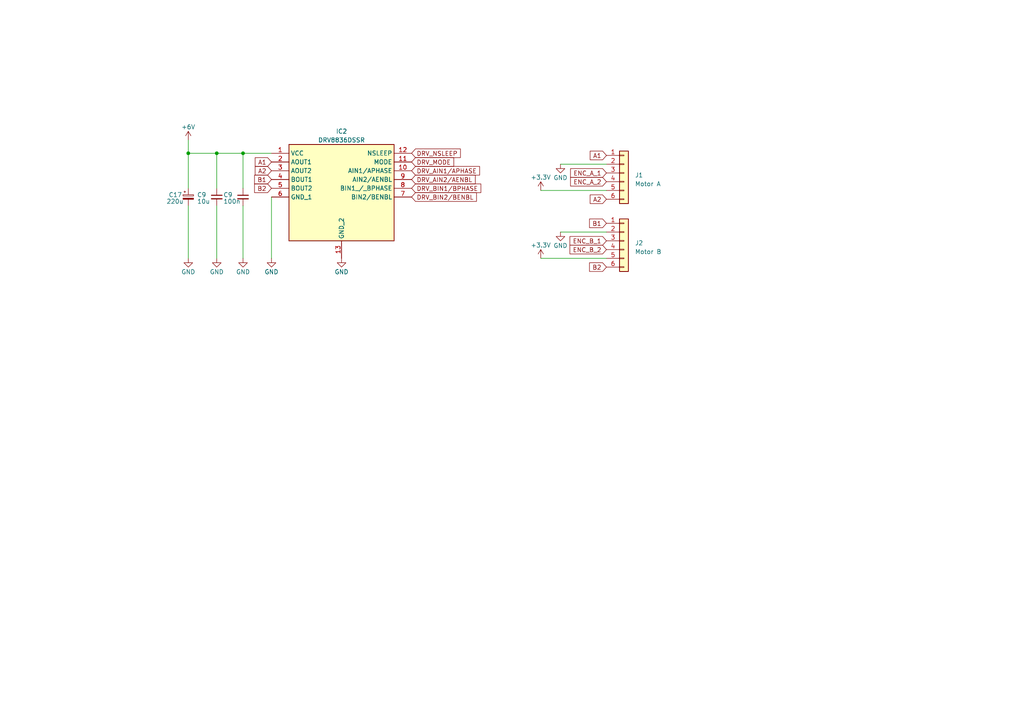
<source format=kicad_sch>
(kicad_sch (version 20230121) (generator eeschema)

  (uuid 78e262e9-7c23-4769-a501-f9cf2195c42a)

  (paper "A4")

  (lib_symbols
    (symbol "Connector_Generic:Conn_01x06" (pin_names (offset 1.016) hide) (in_bom yes) (on_board yes)
      (property "Reference" "J" (at 0 7.62 0)
        (effects (font (size 1.27 1.27)))
      )
      (property "Value" "Conn_01x06" (at 0 -10.16 0)
        (effects (font (size 1.27 1.27)))
      )
      (property "Footprint" "" (at 0 0 0)
        (effects (font (size 1.27 1.27)) hide)
      )
      (property "Datasheet" "~" (at 0 0 0)
        (effects (font (size 1.27 1.27)) hide)
      )
      (property "ki_keywords" "connector" (at 0 0 0)
        (effects (font (size 1.27 1.27)) hide)
      )
      (property "ki_description" "Generic connector, single row, 01x06, script generated (kicad-library-utils/schlib/autogen/connector/)" (at 0 0 0)
        (effects (font (size 1.27 1.27)) hide)
      )
      (property "ki_fp_filters" "Connector*:*_1x??_*" (at 0 0 0)
        (effects (font (size 1.27 1.27)) hide)
      )
      (symbol "Conn_01x06_1_1"
        (rectangle (start -1.27 -7.493) (end 0 -7.747)
          (stroke (width 0.1524) (type default))
          (fill (type none))
        )
        (rectangle (start -1.27 -4.953) (end 0 -5.207)
          (stroke (width 0.1524) (type default))
          (fill (type none))
        )
        (rectangle (start -1.27 -2.413) (end 0 -2.667)
          (stroke (width 0.1524) (type default))
          (fill (type none))
        )
        (rectangle (start -1.27 0.127) (end 0 -0.127)
          (stroke (width 0.1524) (type default))
          (fill (type none))
        )
        (rectangle (start -1.27 2.667) (end 0 2.413)
          (stroke (width 0.1524) (type default))
          (fill (type none))
        )
        (rectangle (start -1.27 5.207) (end 0 4.953)
          (stroke (width 0.1524) (type default))
          (fill (type none))
        )
        (rectangle (start -1.27 6.35) (end 1.27 -8.89)
          (stroke (width 0.254) (type default))
          (fill (type background))
        )
        (pin passive line (at -5.08 5.08 0) (length 3.81)
          (name "Pin_1" (effects (font (size 1.27 1.27))))
          (number "1" (effects (font (size 1.27 1.27))))
        )
        (pin passive line (at -5.08 2.54 0) (length 3.81)
          (name "Pin_2" (effects (font (size 1.27 1.27))))
          (number "2" (effects (font (size 1.27 1.27))))
        )
        (pin passive line (at -5.08 0 0) (length 3.81)
          (name "Pin_3" (effects (font (size 1.27 1.27))))
          (number "3" (effects (font (size 1.27 1.27))))
        )
        (pin passive line (at -5.08 -2.54 0) (length 3.81)
          (name "Pin_4" (effects (font (size 1.27 1.27))))
          (number "4" (effects (font (size 1.27 1.27))))
        )
        (pin passive line (at -5.08 -5.08 0) (length 3.81)
          (name "Pin_5" (effects (font (size 1.27 1.27))))
          (number "5" (effects (font (size 1.27 1.27))))
        )
        (pin passive line (at -5.08 -7.62 0) (length 3.81)
          (name "Pin_6" (effects (font (size 1.27 1.27))))
          (number "6" (effects (font (size 1.27 1.27))))
        )
      )
    )
    (symbol "DRV8836DSSR:DRV8836DSSR" (in_bom yes) (on_board yes)
      (property "Reference" "IC" (at 36.83 7.62 0)
        (effects (font (size 1.27 1.27)) (justify left top))
      )
      (property "Value" "DRV8836DSSR" (at 36.83 5.08 0)
        (effects (font (size 1.27 1.27)) (justify left top))
      )
      (property "Footprint" "SON50P200X300X80-13N-D" (at 36.83 -94.92 0)
        (effects (font (size 1.27 1.27)) (justify left top) hide)
      )
      (property "Datasheet" "http://www.ti.com/lit/gpn/drv8836" (at 36.83 -194.92 0)
        (effects (font (size 1.27 1.27)) (justify left top) hide)
      )
      (property "Height" "0.8" (at 36.83 -394.92 0)
        (effects (font (size 1.27 1.27)) (justify left top) hide)
      )
      (property "TME Electronic Components Part Number" "" (at 36.83 -494.92 0)
        (effects (font (size 1.27 1.27)) (justify left top) hide)
      )
      (property "TME Electronic Components Price/Stock" "" (at 36.83 -594.92 0)
        (effects (font (size 1.27 1.27)) (justify left top) hide)
      )
      (property "Manufacturer_Name" "Texas Instruments" (at 36.83 -694.92 0)
        (effects (font (size 1.27 1.27)) (justify left top) hide)
      )
      (property "Manufacturer_Part_Number" "DRV8836DSSR" (at 36.83 -794.92 0)
        (effects (font (size 1.27 1.27)) (justify left top) hide)
      )
      (property "ki_description" "1.5A Low Voltage Stepper or Single/Dual Brushed DC Motor Driver (PWM or PH/EN Ctrl)" (at 0 0 0)
        (effects (font (size 1.27 1.27)) hide)
      )
      (symbol "DRV8836DSSR_1_1"
        (rectangle (start 5.08 2.54) (end 35.56 -25.4)
          (stroke (width 0.254) (type default))
          (fill (type background))
        )
        (pin passive line (at 0 0 0) (length 5.08)
          (name "VCC" (effects (font (size 1.27 1.27))))
          (number "1" (effects (font (size 1.27 1.27))))
        )
        (pin passive line (at 40.64 -5.08 180) (length 5.08)
          (name "AIN1/APHASE" (effects (font (size 1.27 1.27))))
          (number "10" (effects (font (size 1.27 1.27))))
        )
        (pin passive line (at 40.64 -2.54 180) (length 5.08)
          (name "MODE" (effects (font (size 1.27 1.27))))
          (number "11" (effects (font (size 1.27 1.27))))
        )
        (pin passive line (at 40.64 0 180) (length 5.08)
          (name "NSLEEP" (effects (font (size 1.27 1.27))))
          (number "12" (effects (font (size 1.27 1.27))))
        )
        (pin passive line (at 20.32 -30.48 90) (length 5.08)
          (name "GND_2" (effects (font (size 1.27 1.27))))
          (number "13" (effects (font (size 1.27 1.27))))
        )
        (pin passive line (at 0 -2.54 0) (length 5.08)
          (name "AOUT1" (effects (font (size 1.27 1.27))))
          (number "2" (effects (font (size 1.27 1.27))))
        )
        (pin passive line (at 0 -5.08 0) (length 5.08)
          (name "AOUT2" (effects (font (size 1.27 1.27))))
          (number "3" (effects (font (size 1.27 1.27))))
        )
        (pin passive line (at 0 -7.62 0) (length 5.08)
          (name "BOUT1" (effects (font (size 1.27 1.27))))
          (number "4" (effects (font (size 1.27 1.27))))
        )
        (pin passive line (at 0 -10.16 0) (length 5.08)
          (name "BOUT2" (effects (font (size 1.27 1.27))))
          (number "5" (effects (font (size 1.27 1.27))))
        )
        (pin passive line (at 0 -12.7 0) (length 5.08)
          (name "GND_1" (effects (font (size 1.27 1.27))))
          (number "6" (effects (font (size 1.27 1.27))))
        )
        (pin passive line (at 40.64 -12.7 180) (length 5.08)
          (name "BIN2/BENBL" (effects (font (size 1.27 1.27))))
          (number "7" (effects (font (size 1.27 1.27))))
        )
        (pin passive line (at 40.64 -10.16 180) (length 5.08)
          (name "BIN1_/_BPHASE" (effects (font (size 1.27 1.27))))
          (number "8" (effects (font (size 1.27 1.27))))
        )
        (pin passive line (at 40.64 -7.62 180) (length 5.08)
          (name "AIN2/AENBL" (effects (font (size 1.27 1.27))))
          (number "9" (effects (font (size 1.27 1.27))))
        )
      )
    )
    (symbol "Device:C_Polarized_Small" (pin_numbers hide) (pin_names (offset 0.254) hide) (in_bom yes) (on_board yes)
      (property "Reference" "C" (at 0.254 1.778 0)
        (effects (font (size 1.27 1.27)) (justify left))
      )
      (property "Value" "C_Polarized_Small" (at 0.254 -2.032 0)
        (effects (font (size 1.27 1.27)) (justify left))
      )
      (property "Footprint" "" (at 0 0 0)
        (effects (font (size 1.27 1.27)) hide)
      )
      (property "Datasheet" "~" (at 0 0 0)
        (effects (font (size 1.27 1.27)) hide)
      )
      (property "ki_keywords" "cap capacitor" (at 0 0 0)
        (effects (font (size 1.27 1.27)) hide)
      )
      (property "ki_description" "Polarized capacitor, small symbol" (at 0 0 0)
        (effects (font (size 1.27 1.27)) hide)
      )
      (property "ki_fp_filters" "CP_*" (at 0 0 0)
        (effects (font (size 1.27 1.27)) hide)
      )
      (symbol "C_Polarized_Small_0_1"
        (rectangle (start -1.524 -0.3048) (end 1.524 -0.6858)
          (stroke (width 0) (type default))
          (fill (type outline))
        )
        (rectangle (start -1.524 0.6858) (end 1.524 0.3048)
          (stroke (width 0) (type default))
          (fill (type none))
        )
        (polyline
          (pts
            (xy -1.27 1.524)
            (xy -0.762 1.524)
          )
          (stroke (width 0) (type default))
          (fill (type none))
        )
        (polyline
          (pts
            (xy -1.016 1.27)
            (xy -1.016 1.778)
          )
          (stroke (width 0) (type default))
          (fill (type none))
        )
      )
      (symbol "C_Polarized_Small_1_1"
        (pin passive line (at 0 2.54 270) (length 1.8542)
          (name "~" (effects (font (size 1.27 1.27))))
          (number "1" (effects (font (size 1.27 1.27))))
        )
        (pin passive line (at 0 -2.54 90) (length 1.8542)
          (name "~" (effects (font (size 1.27 1.27))))
          (number "2" (effects (font (size 1.27 1.27))))
        )
      )
    )
    (symbol "Device:C_Small" (pin_numbers hide) (pin_names (offset 0.254) hide) (in_bom yes) (on_board yes)
      (property "Reference" "C" (at 0.254 1.778 0)
        (effects (font (size 1.27 1.27)) (justify left))
      )
      (property "Value" "C_Small" (at 0.254 -2.032 0)
        (effects (font (size 1.27 1.27)) (justify left))
      )
      (property "Footprint" "" (at 0 0 0)
        (effects (font (size 1.27 1.27)) hide)
      )
      (property "Datasheet" "~" (at 0 0 0)
        (effects (font (size 1.27 1.27)) hide)
      )
      (property "ki_keywords" "capacitor cap" (at 0 0 0)
        (effects (font (size 1.27 1.27)) hide)
      )
      (property "ki_description" "Unpolarized capacitor, small symbol" (at 0 0 0)
        (effects (font (size 1.27 1.27)) hide)
      )
      (property "ki_fp_filters" "C_*" (at 0 0 0)
        (effects (font (size 1.27 1.27)) hide)
      )
      (symbol "C_Small_0_1"
        (polyline
          (pts
            (xy -1.524 -0.508)
            (xy 1.524 -0.508)
          )
          (stroke (width 0.3302) (type default))
          (fill (type none))
        )
        (polyline
          (pts
            (xy -1.524 0.508)
            (xy 1.524 0.508)
          )
          (stroke (width 0.3048) (type default))
          (fill (type none))
        )
      )
      (symbol "C_Small_1_1"
        (pin passive line (at 0 2.54 270) (length 2.032)
          (name "~" (effects (font (size 1.27 1.27))))
          (number "1" (effects (font (size 1.27 1.27))))
        )
        (pin passive line (at 0 -2.54 90) (length 2.032)
          (name "~" (effects (font (size 1.27 1.27))))
          (number "2" (effects (font (size 1.27 1.27))))
        )
      )
    )
    (symbol "power:+3.3V" (power) (pin_names (offset 0)) (in_bom yes) (on_board yes)
      (property "Reference" "#PWR" (at 0 -3.81 0)
        (effects (font (size 1.27 1.27)) hide)
      )
      (property "Value" "+3.3V" (at 0 3.556 0)
        (effects (font (size 1.27 1.27)))
      )
      (property "Footprint" "" (at 0 0 0)
        (effects (font (size 1.27 1.27)) hide)
      )
      (property "Datasheet" "" (at 0 0 0)
        (effects (font (size 1.27 1.27)) hide)
      )
      (property "ki_keywords" "global power" (at 0 0 0)
        (effects (font (size 1.27 1.27)) hide)
      )
      (property "ki_description" "Power symbol creates a global label with name \"+3.3V\"" (at 0 0 0)
        (effects (font (size 1.27 1.27)) hide)
      )
      (symbol "+3.3V_0_1"
        (polyline
          (pts
            (xy -0.762 1.27)
            (xy 0 2.54)
          )
          (stroke (width 0) (type default))
          (fill (type none))
        )
        (polyline
          (pts
            (xy 0 0)
            (xy 0 2.54)
          )
          (stroke (width 0) (type default))
          (fill (type none))
        )
        (polyline
          (pts
            (xy 0 2.54)
            (xy 0.762 1.27)
          )
          (stroke (width 0) (type default))
          (fill (type none))
        )
      )
      (symbol "+3.3V_1_1"
        (pin power_in line (at 0 0 90) (length 0) hide
          (name "+3.3V" (effects (font (size 1.27 1.27))))
          (number "1" (effects (font (size 1.27 1.27))))
        )
      )
    )
    (symbol "power:+6V" (power) (pin_names (offset 0)) (in_bom yes) (on_board yes)
      (property "Reference" "#PWR" (at 0 -3.81 0)
        (effects (font (size 1.27 1.27)) hide)
      )
      (property "Value" "+6V" (at 0 3.556 0)
        (effects (font (size 1.27 1.27)))
      )
      (property "Footprint" "" (at 0 0 0)
        (effects (font (size 1.27 1.27)) hide)
      )
      (property "Datasheet" "" (at 0 0 0)
        (effects (font (size 1.27 1.27)) hide)
      )
      (property "ki_keywords" "global power" (at 0 0 0)
        (effects (font (size 1.27 1.27)) hide)
      )
      (property "ki_description" "Power symbol creates a global label with name \"+6V\"" (at 0 0 0)
        (effects (font (size 1.27 1.27)) hide)
      )
      (symbol "+6V_0_1"
        (polyline
          (pts
            (xy -0.762 1.27)
            (xy 0 2.54)
          )
          (stroke (width 0) (type default))
          (fill (type none))
        )
        (polyline
          (pts
            (xy 0 0)
            (xy 0 2.54)
          )
          (stroke (width 0) (type default))
          (fill (type none))
        )
        (polyline
          (pts
            (xy 0 2.54)
            (xy 0.762 1.27)
          )
          (stroke (width 0) (type default))
          (fill (type none))
        )
      )
      (symbol "+6V_1_1"
        (pin power_in line (at 0 0 90) (length 0) hide
          (name "+6V" (effects (font (size 1.27 1.27))))
          (number "1" (effects (font (size 1.27 1.27))))
        )
      )
    )
    (symbol "power:GND" (power) (pin_names (offset 0)) (in_bom yes) (on_board yes)
      (property "Reference" "#PWR" (at 0 -6.35 0)
        (effects (font (size 1.27 1.27)) hide)
      )
      (property "Value" "GND" (at 0 -3.81 0)
        (effects (font (size 1.27 1.27)))
      )
      (property "Footprint" "" (at 0 0 0)
        (effects (font (size 1.27 1.27)) hide)
      )
      (property "Datasheet" "" (at 0 0 0)
        (effects (font (size 1.27 1.27)) hide)
      )
      (property "ki_keywords" "global power" (at 0 0 0)
        (effects (font (size 1.27 1.27)) hide)
      )
      (property "ki_description" "Power symbol creates a global label with name \"GND\" , ground" (at 0 0 0)
        (effects (font (size 1.27 1.27)) hide)
      )
      (symbol "GND_0_1"
        (polyline
          (pts
            (xy 0 0)
            (xy 0 -1.27)
            (xy 1.27 -1.27)
            (xy 0 -2.54)
            (xy -1.27 -1.27)
            (xy 0 -1.27)
          )
          (stroke (width 0) (type default))
          (fill (type none))
        )
      )
      (symbol "GND_1_1"
        (pin power_in line (at 0 0 270) (length 0) hide
          (name "GND" (effects (font (size 1.27 1.27))))
          (number "1" (effects (font (size 1.27 1.27))))
        )
      )
    )
  )

  (junction (at 54.61 44.45) (diameter 0) (color 0 0 0 0)
    (uuid 50e63904-b783-4abe-bdd3-7accf10600d0)
  )
  (junction (at 70.485 44.45) (diameter 0) (color 0 0 0 0)
    (uuid 5294b0a8-8ae2-4ea7-b13c-ce1f199565a7)
  )
  (junction (at 62.865 44.45) (diameter 0) (color 0 0 0 0)
    (uuid fbb4c5f1-ad42-4e82-b894-ca6f1e3bf687)
  )

  (wire (pts (xy 54.61 44.45) (xy 54.61 54.61))
    (stroke (width 0) (type default))
    (uuid 043fc450-807d-4a53-8f5b-9d45e97d7326)
  )
  (wire (pts (xy 70.485 59.69) (xy 70.485 74.93))
    (stroke (width 0) (type default))
    (uuid 28b71dbc-03dc-4757-b9a7-d7ece784e9fb)
  )
  (wire (pts (xy 62.865 59.69) (xy 62.865 74.93))
    (stroke (width 0) (type default))
    (uuid 4e081889-5c81-4e6e-8e23-5f204e0eea04)
  )
  (wire (pts (xy 62.865 44.45) (xy 70.485 44.45))
    (stroke (width 0) (type default))
    (uuid 55b9c7bf-fe77-4f31-b508-916dfb86eefa)
  )
  (wire (pts (xy 162.56 67.31) (xy 175.895 67.31))
    (stroke (width 0) (type default))
    (uuid 5d45568b-3d28-4f2b-ae04-5afa5978d3e9)
  )
  (wire (pts (xy 54.61 59.69) (xy 54.61 74.93))
    (stroke (width 0) (type default))
    (uuid 611289d7-d68e-48ae-b99a-338c14590fb6)
  )
  (wire (pts (xy 162.56 47.625) (xy 175.895 47.625))
    (stroke (width 0) (type default))
    (uuid 64ae8e03-ee0c-45f9-90fe-55ae55b2c3a1)
  )
  (wire (pts (xy 70.485 44.45) (xy 78.74 44.45))
    (stroke (width 0) (type default))
    (uuid 6f838269-2957-4d66-830d-5f26f74a81ca)
  )
  (wire (pts (xy 156.845 55.245) (xy 175.895 55.245))
    (stroke (width 0) (type default))
    (uuid bfbe9e63-b10b-46a4-9c46-c211ce21aeab)
  )
  (wire (pts (xy 54.61 44.45) (xy 62.865 44.45))
    (stroke (width 0) (type default))
    (uuid d2e43ace-c9dc-40d9-b497-c7f23478a4be)
  )
  (wire (pts (xy 156.845 74.93) (xy 175.895 74.93))
    (stroke (width 0) (type default))
    (uuid d3cbca48-6058-4c9c-8c4d-f771cb458fe9)
  )
  (wire (pts (xy 70.485 44.45) (xy 70.485 54.61))
    (stroke (width 0) (type default))
    (uuid e6cbe806-7ab1-4a37-a3fa-aa01b2a7f85f)
  )
  (wire (pts (xy 62.865 44.45) (xy 62.865 54.61))
    (stroke (width 0) (type default))
    (uuid ec0aa611-a7d7-43b5-9ee6-5c5a6ad5cc0a)
  )
  (wire (pts (xy 54.61 40.64) (xy 54.61 44.45))
    (stroke (width 0) (type default))
    (uuid ee6f4ce2-dcf8-4cf1-b64f-53b5b5027e26)
  )
  (wire (pts (xy 78.74 57.15) (xy 78.74 74.93))
    (stroke (width 0) (type default))
    (uuid efd3a63e-87f5-4ffb-87ff-e1ba1416e232)
  )

  (global_label "ENC_B_1" (shape input) (at 175.895 69.85 180) (fields_autoplaced)
    (effects (font (size 1.27 1.27)) (justify right))
    (uuid 0566cdcd-5134-4a46-85b2-fe4f07461b4c)
    (property "Intersheetrefs" "${INTERSHEET_REFS}" (at 164.825 69.85 0)
      (effects (font (size 1.27 1.27)) (justify right) hide)
    )
  )
  (global_label "A1" (shape input) (at 78.74 46.99 180) (fields_autoplaced)
    (effects (font (size 1.27 1.27)) (justify right))
    (uuid 0c48d19c-a8e2-42e0-b4d8-541002ab5836)
    (property "Intersheetrefs" "${INTERSHEET_REFS}" (at 73.5361 46.99 0)
      (effects (font (size 1.27 1.27)) (justify right) hide)
    )
  )
  (global_label "DRV_BIN1{slash}BPHASE" (shape input) (at 119.38 54.61 0) (fields_autoplaced)
    (effects (font (size 1.27 1.27)) (justify left))
    (uuid 0edca9d2-0fd5-4760-aa45-4f8799c50954)
    (property "Intersheetrefs" "${INTERSHEET_REFS}" (at 139.9449 54.61 0)
      (effects (font (size 1.27 1.27)) (justify left) hide)
    )
  )
  (global_label "ENC_B_2" (shape input) (at 175.895 72.39 180) (fields_autoplaced)
    (effects (font (size 1.27 1.27)) (justify right))
    (uuid 1b358fed-4604-4e83-8130-e1e157db3075)
    (property "Intersheetrefs" "${INTERSHEET_REFS}" (at 164.825 72.39 0)
      (effects (font (size 1.27 1.27)) (justify right) hide)
    )
  )
  (global_label "ENC_A_1" (shape input) (at 175.895 50.165 180) (fields_autoplaced)
    (effects (font (size 1.27 1.27)) (justify right))
    (uuid 30c0d45c-e7df-4ac1-a436-3b3438f41d9f)
    (property "Intersheetrefs" "${INTERSHEET_REFS}" (at 165.0064 50.165 0)
      (effects (font (size 1.27 1.27)) (justify right) hide)
    )
  )
  (global_label "DRV_AIN2{slash}AENBL" (shape input) (at 119.38 52.07 0) (fields_autoplaced)
    (effects (font (size 1.27 1.27)) (justify left))
    (uuid 320ce441-5748-4c77-9192-c9bbaaffdf50)
    (property "Intersheetrefs" "${INTERSHEET_REFS}" (at 138.3121 52.07 0)
      (effects (font (size 1.27 1.27)) (justify left) hide)
    )
  )
  (global_label "DRV_AIN1{slash}APHASE" (shape input) (at 119.38 49.53 0) (fields_autoplaced)
    (effects (font (size 1.27 1.27)) (justify left))
    (uuid 3c7dfb10-18b5-4cab-a210-930db31cc67e)
    (property "Intersheetrefs" "${INTERSHEET_REFS}" (at 139.5821 49.53 0)
      (effects (font (size 1.27 1.27)) (justify left) hide)
    )
  )
  (global_label "ENC_A_2" (shape input) (at 175.895 52.705 180) (fields_autoplaced)
    (effects (font (size 1.27 1.27)) (justify right))
    (uuid 499f77a7-fcec-4ce4-aece-79553ce0feb5)
    (property "Intersheetrefs" "${INTERSHEET_REFS}" (at 165.0064 52.705 0)
      (effects (font (size 1.27 1.27)) (justify right) hide)
    )
  )
  (global_label "A2" (shape input) (at 175.895 57.785 180) (fields_autoplaced)
    (effects (font (size 1.27 1.27)) (justify right))
    (uuid 533bf563-f9aa-42ea-b181-fa97effa989c)
    (property "Intersheetrefs" "${INTERSHEET_REFS}" (at 170.6911 57.785 0)
      (effects (font (size 1.27 1.27)) (justify right) hide)
    )
  )
  (global_label "DRV_BIN2{slash}BENBL" (shape input) (at 119.38 57.15 0) (fields_autoplaced)
    (effects (font (size 1.27 1.27)) (justify left))
    (uuid 5513993b-91e9-4d26-8592-db0f9f371213)
    (property "Intersheetrefs" "${INTERSHEET_REFS}" (at 138.6749 57.15 0)
      (effects (font (size 1.27 1.27)) (justify left) hide)
    )
  )
  (global_label "B1" (shape input) (at 78.74 52.07 180) (fields_autoplaced)
    (effects (font (size 1.27 1.27)) (justify right))
    (uuid 607e63c1-c2b0-45e0-86ed-8c49ecfc4249)
    (property "Intersheetrefs" "${INTERSHEET_REFS}" (at 73.3547 52.07 0)
      (effects (font (size 1.27 1.27)) (justify right) hide)
    )
  )
  (global_label "DRV_MODE" (shape input) (at 119.38 46.99 0) (fields_autoplaced)
    (effects (font (size 1.27 1.27)) (justify left))
    (uuid 932a1a79-20d1-4c1d-ae8c-7b9fa5cc1235)
    (property "Intersheetrefs" "${INTERSHEET_REFS}" (at 132.0829 46.99 0)
      (effects (font (size 1.27 1.27)) (justify left) hide)
    )
  )
  (global_label "A1" (shape input) (at 175.895 45.085 180) (fields_autoplaced)
    (effects (font (size 1.27 1.27)) (justify right))
    (uuid a05aaab5-2abd-422d-99c2-6d53120f3d21)
    (property "Intersheetrefs" "${INTERSHEET_REFS}" (at 170.6911 45.085 0)
      (effects (font (size 1.27 1.27)) (justify right) hide)
    )
  )
  (global_label "B1" (shape input) (at 175.895 64.77 180) (fields_autoplaced)
    (effects (font (size 1.27 1.27)) (justify right))
    (uuid dd008020-e11c-440b-8986-11b53dee86e3)
    (property "Intersheetrefs" "${INTERSHEET_REFS}" (at 170.5097 64.77 0)
      (effects (font (size 1.27 1.27)) (justify right) hide)
    )
  )
  (global_label "DRV_NSLEEP" (shape input) (at 119.38 44.45 0) (fields_autoplaced)
    (effects (font (size 1.27 1.27)) (justify left))
    (uuid e704d3a9-84a4-4465-b0d5-8d000db9661c)
    (property "Intersheetrefs" "${INTERSHEET_REFS}" (at 134.0181 44.45 0)
      (effects (font (size 1.27 1.27)) (justify left) hide)
    )
  )
  (global_label "B2" (shape input) (at 78.74 54.61 180) (fields_autoplaced)
    (effects (font (size 1.27 1.27)) (justify right))
    (uuid f4b4851d-8fe1-49ed-8789-b18147df63bb)
    (property "Intersheetrefs" "${INTERSHEET_REFS}" (at 73.3547 54.61 0)
      (effects (font (size 1.27 1.27)) (justify right) hide)
    )
  )
  (global_label "A2" (shape input) (at 78.74 49.53 180) (fields_autoplaced)
    (effects (font (size 1.27 1.27)) (justify right))
    (uuid f7912aa4-4ff4-420f-b4de-bb7937e4a12c)
    (property "Intersheetrefs" "${INTERSHEET_REFS}" (at 73.5361 49.53 0)
      (effects (font (size 1.27 1.27)) (justify right) hide)
    )
  )
  (global_label "B2" (shape input) (at 175.895 77.47 180) (fields_autoplaced)
    (effects (font (size 1.27 1.27)) (justify right))
    (uuid f9f66184-dfeb-4890-8a33-ebb9b9702de7)
    (property "Intersheetrefs" "${INTERSHEET_REFS}" (at 170.5097 77.47 0)
      (effects (font (size 1.27 1.27)) (justify right) hide)
    )
  )

  (symbol (lib_id "Device:C_Polarized_Small") (at 54.61 57.15 0) (unit 1)
    (in_bom yes) (on_board yes) (dnp no)
    (uuid 0baf979f-9ccc-4006-ab40-4745147f63a4)
    (property "Reference" "C17" (at 48.895 56.515 0)
      (effects (font (size 1.27 1.27)) (justify left))
    )
    (property "Value" "220u" (at 48.26 58.42 0)
      (effects (font (size 1.27 1.27)) (justify left))
    )
    (property "Footprint" "" (at 54.61 57.15 0)
      (effects (font (size 1.27 1.27)) hide)
    )
    (property "Datasheet" "~" (at 54.61 57.15 0)
      (effects (font (size 1.27 1.27)) hide)
    )
    (pin "1" (uuid aac0a361-9752-4755-86df-841456df605b))
    (pin "2" (uuid 1ad6cd6d-e32b-4c61-94e0-82f4ba4485c0))
    (instances
      (project "Drv_board"
        (path "/f5f0886f-9115-42d1-ab59-d872f7456d0a/95a79fcf-86f2-4917-a8d6-941d90da7243"
          (reference "C17") (unit 1)
        )
      )
    )
  )

  (symbol (lib_id "power:GND") (at 70.485 74.93 0) (unit 1)
    (in_bom yes) (on_board yes) (dnp no)
    (uuid 1040c4c8-6482-4224-b09f-fcf3c8cc4df9)
    (property "Reference" "#PWR013" (at 70.485 81.28 0)
      (effects (font (size 1.27 1.27)) hide)
    )
    (property "Value" "GND" (at 70.485 78.867 0)
      (effects (font (size 1.27 1.27)))
    )
    (property "Footprint" "" (at 70.485 74.93 0)
      (effects (font (size 1.27 1.27)) hide)
    )
    (property "Datasheet" "" (at 70.485 74.93 0)
      (effects (font (size 1.27 1.27)) hide)
    )
    (pin "1" (uuid e0feb5ed-b5cb-42f3-a3b6-b6fda6ee3f55))
    (instances
      (project "Controller_board"
        (path "/79650e32-6fba-4eaa-902b-d1154ea8c394"
          (reference "#PWR013") (unit 1)
        )
      )
      (project "Drv_board"
        (path "/f5f0886f-9115-42d1-ab59-d872f7456d0a"
          (reference "#PWR019") (unit 1)
        )
        (path "/f5f0886f-9115-42d1-ab59-d872f7456d0a/e4c5a70b-512a-4b9f-ab91-b16b9dec5f3c"
          (reference "#PWR025") (unit 1)
        )
        (path "/f5f0886f-9115-42d1-ab59-d872f7456d0a/95a79fcf-86f2-4917-a8d6-941d90da7243"
          (reference "#PWR043") (unit 1)
        )
      )
    )
  )

  (symbol (lib_id "power:GND") (at 162.56 47.625 0) (unit 1)
    (in_bom yes) (on_board yes) (dnp no)
    (uuid 1a4aba37-3328-482d-a01d-77f6c1f5be1b)
    (property "Reference" "#PWR013" (at 162.56 53.975 0)
      (effects (font (size 1.27 1.27)) hide)
    )
    (property "Value" "GND" (at 162.56 51.562 0)
      (effects (font (size 1.27 1.27)))
    )
    (property "Footprint" "" (at 162.56 47.625 0)
      (effects (font (size 1.27 1.27)) hide)
    )
    (property "Datasheet" "" (at 162.56 47.625 0)
      (effects (font (size 1.27 1.27)) hide)
    )
    (pin "1" (uuid 1d950648-8f23-4550-bad1-e5cf71002c68))
    (instances
      (project "Controller_board"
        (path "/79650e32-6fba-4eaa-902b-d1154ea8c394"
          (reference "#PWR013") (unit 1)
        )
      )
      (project "Drv_board"
        (path "/f5f0886f-9115-42d1-ab59-d872f7456d0a"
          (reference "#PWR019") (unit 1)
        )
        (path "/f5f0886f-9115-42d1-ab59-d872f7456d0a/e4c5a70b-512a-4b9f-ab91-b16b9dec5f3c"
          (reference "#PWR025") (unit 1)
        )
        (path "/f5f0886f-9115-42d1-ab59-d872f7456d0a/95a79fcf-86f2-4917-a8d6-941d90da7243"
          (reference "#PWR048") (unit 1)
        )
      )
    )
  )

  (symbol (lib_id "power:GND") (at 99.06 74.93 0) (unit 1)
    (in_bom yes) (on_board yes) (dnp no)
    (uuid 36466929-c3e0-4bbe-8649-9606e64c25fa)
    (property "Reference" "#PWR013" (at 99.06 81.28 0)
      (effects (font (size 1.27 1.27)) hide)
    )
    (property "Value" "GND" (at 99.06 78.867 0)
      (effects (font (size 1.27 1.27)))
    )
    (property "Footprint" "" (at 99.06 74.93 0)
      (effects (font (size 1.27 1.27)) hide)
    )
    (property "Datasheet" "" (at 99.06 74.93 0)
      (effects (font (size 1.27 1.27)) hide)
    )
    (pin "1" (uuid 81653811-a781-4abd-b922-04620e8ce045))
    (instances
      (project "Controller_board"
        (path "/79650e32-6fba-4eaa-902b-d1154ea8c394"
          (reference "#PWR013") (unit 1)
        )
      )
      (project "Drv_board"
        (path "/f5f0886f-9115-42d1-ab59-d872f7456d0a"
          (reference "#PWR019") (unit 1)
        )
        (path "/f5f0886f-9115-42d1-ab59-d872f7456d0a/e4c5a70b-512a-4b9f-ab91-b16b9dec5f3c"
          (reference "#PWR025") (unit 1)
        )
        (path "/f5f0886f-9115-42d1-ab59-d872f7456d0a/95a79fcf-86f2-4917-a8d6-941d90da7243"
          (reference "#PWR042") (unit 1)
        )
      )
    )
  )

  (symbol (lib_id "power:+3.3V") (at 156.845 74.93 0) (unit 1)
    (in_bom yes) (on_board yes) (dnp no) (fields_autoplaced)
    (uuid 369d33bf-34d9-4e7c-a276-74c281d53562)
    (property "Reference" "#PWR050" (at 156.845 78.74 0)
      (effects (font (size 1.27 1.27)) hide)
    )
    (property "Value" "+3.3V" (at 156.845 71.12 0)
      (effects (font (size 1.27 1.27)))
    )
    (property "Footprint" "" (at 156.845 74.93 0)
      (effects (font (size 1.27 1.27)) hide)
    )
    (property "Datasheet" "" (at 156.845 74.93 0)
      (effects (font (size 1.27 1.27)) hide)
    )
    (pin "1" (uuid bb72563d-2161-4206-9e5b-cda0a33491b1))
    (instances
      (project "Drv_board"
        (path "/f5f0886f-9115-42d1-ab59-d872f7456d0a/95a79fcf-86f2-4917-a8d6-941d90da7243"
          (reference "#PWR050") (unit 1)
        )
      )
    )
  )

  (symbol (lib_id "power:+3.3V") (at 156.845 55.245 0) (unit 1)
    (in_bom yes) (on_board yes) (dnp no) (fields_autoplaced)
    (uuid 4a3407fa-bb9f-438d-a05d-7aa7b92841f3)
    (property "Reference" "#PWR047" (at 156.845 59.055 0)
      (effects (font (size 1.27 1.27)) hide)
    )
    (property "Value" "+3.3V" (at 156.845 51.435 0)
      (effects (font (size 1.27 1.27)))
    )
    (property "Footprint" "" (at 156.845 55.245 0)
      (effects (font (size 1.27 1.27)) hide)
    )
    (property "Datasheet" "" (at 156.845 55.245 0)
      (effects (font (size 1.27 1.27)) hide)
    )
    (pin "1" (uuid c4e322c2-b246-44fb-a615-7fead39f081d))
    (instances
      (project "Drv_board"
        (path "/f5f0886f-9115-42d1-ab59-d872f7456d0a/95a79fcf-86f2-4917-a8d6-941d90da7243"
          (reference "#PWR047") (unit 1)
        )
      )
    )
  )

  (symbol (lib_id "Device:C_Small") (at 62.865 57.15 0) (unit 1)
    (in_bom yes) (on_board yes) (dnp no)
    (uuid 4f560cce-42df-4b10-8fd7-dba4ca9c02f0)
    (property "Reference" "C9" (at 57.15 56.515 0)
      (effects (font (size 1.27 1.27)) (justify left))
    )
    (property "Value" "10u" (at 57.15 58.42 0)
      (effects (font (size 1.27 1.27)) (justify left))
    )
    (property "Footprint" "" (at 62.865 57.15 0)
      (effects (font (size 1.27 1.27)) hide)
    )
    (property "Datasheet" "~" (at 62.865 57.15 0)
      (effects (font (size 1.27 1.27)) hide)
    )
    (pin "1" (uuid 3b94635c-ff86-4613-8298-057db8f7cf68))
    (pin "2" (uuid f07862a9-dece-4806-9ff9-d81dbe0d5f38))
    (instances
      (project "Drv_board"
        (path "/f5f0886f-9115-42d1-ab59-d872f7456d0a"
          (reference "C9") (unit 1)
        )
        (path "/f5f0886f-9115-42d1-ab59-d872f7456d0a/e4c5a70b-512a-4b9f-ab91-b16b9dec5f3c"
          (reference "C4") (unit 1)
        )
        (path "/f5f0886f-9115-42d1-ab59-d872f7456d0a/95a79fcf-86f2-4917-a8d6-941d90da7243"
          (reference "C16") (unit 1)
        )
      )
    )
  )

  (symbol (lib_id "Device:C_Small") (at 70.485 57.15 0) (unit 1)
    (in_bom yes) (on_board yes) (dnp no)
    (uuid 551e6ae8-f32f-485c-b077-3444523d6dd3)
    (property "Reference" "C9" (at 64.77 56.515 0)
      (effects (font (size 1.27 1.27)) (justify left))
    )
    (property "Value" "100n" (at 64.77 58.42 0)
      (effects (font (size 1.27 1.27)) (justify left))
    )
    (property "Footprint" "" (at 70.485 57.15 0)
      (effects (font (size 1.27 1.27)) hide)
    )
    (property "Datasheet" "~" (at 70.485 57.15 0)
      (effects (font (size 1.27 1.27)) hide)
    )
    (pin "1" (uuid dfb2a5ed-6806-4f94-838a-b4277303c9d3))
    (pin "2" (uuid 18744214-d88c-4e0e-a12b-f1bba366aac0))
    (instances
      (project "Drv_board"
        (path "/f5f0886f-9115-42d1-ab59-d872f7456d0a"
          (reference "C9") (unit 1)
        )
        (path "/f5f0886f-9115-42d1-ab59-d872f7456d0a/e4c5a70b-512a-4b9f-ab91-b16b9dec5f3c"
          (reference "C4") (unit 1)
        )
        (path "/f5f0886f-9115-42d1-ab59-d872f7456d0a/95a79fcf-86f2-4917-a8d6-941d90da7243"
          (reference "C18") (unit 1)
        )
      )
    )
  )

  (symbol (lib_id "power:GND") (at 62.865 74.93 0) (unit 1)
    (in_bom yes) (on_board yes) (dnp no)
    (uuid 6235fb40-2504-424e-b8df-1534960609eb)
    (property "Reference" "#PWR013" (at 62.865 81.28 0)
      (effects (font (size 1.27 1.27)) hide)
    )
    (property "Value" "GND" (at 62.865 78.867 0)
      (effects (font (size 1.27 1.27)))
    )
    (property "Footprint" "" (at 62.865 74.93 0)
      (effects (font (size 1.27 1.27)) hide)
    )
    (property "Datasheet" "" (at 62.865 74.93 0)
      (effects (font (size 1.27 1.27)) hide)
    )
    (pin "1" (uuid 5ecf184c-edc5-47b9-a013-0634cc871587))
    (instances
      (project "Controller_board"
        (path "/79650e32-6fba-4eaa-902b-d1154ea8c394"
          (reference "#PWR013") (unit 1)
        )
      )
      (project "Drv_board"
        (path "/f5f0886f-9115-42d1-ab59-d872f7456d0a"
          (reference "#PWR019") (unit 1)
        )
        (path "/f5f0886f-9115-42d1-ab59-d872f7456d0a/e4c5a70b-512a-4b9f-ab91-b16b9dec5f3c"
          (reference "#PWR025") (unit 1)
        )
        (path "/f5f0886f-9115-42d1-ab59-d872f7456d0a/95a79fcf-86f2-4917-a8d6-941d90da7243"
          (reference "#PWR044") (unit 1)
        )
      )
    )
  )

  (symbol (lib_id "power:GND") (at 78.74 74.93 0) (unit 1)
    (in_bom yes) (on_board yes) (dnp no)
    (uuid 71ae25bc-d619-43e6-b726-64fb38164a95)
    (property "Reference" "#PWR013" (at 78.74 81.28 0)
      (effects (font (size 1.27 1.27)) hide)
    )
    (property "Value" "GND" (at 78.74 78.867 0)
      (effects (font (size 1.27 1.27)))
    )
    (property "Footprint" "" (at 78.74 74.93 0)
      (effects (font (size 1.27 1.27)) hide)
    )
    (property "Datasheet" "" (at 78.74 74.93 0)
      (effects (font (size 1.27 1.27)) hide)
    )
    (pin "1" (uuid 70cfcf93-9856-40b0-b7a5-3170e5fcc7bd))
    (instances
      (project "Controller_board"
        (path "/79650e32-6fba-4eaa-902b-d1154ea8c394"
          (reference "#PWR013") (unit 1)
        )
      )
      (project "Drv_board"
        (path "/f5f0886f-9115-42d1-ab59-d872f7456d0a"
          (reference "#PWR019") (unit 1)
        )
        (path "/f5f0886f-9115-42d1-ab59-d872f7456d0a/e4c5a70b-512a-4b9f-ab91-b16b9dec5f3c"
          (reference "#PWR025") (unit 1)
        )
        (path "/f5f0886f-9115-42d1-ab59-d872f7456d0a/95a79fcf-86f2-4917-a8d6-941d90da7243"
          (reference "#PWR046") (unit 1)
        )
      )
    )
  )

  (symbol (lib_id "DRV8836DSSR:DRV8836DSSR") (at 78.74 44.45 0) (unit 1)
    (in_bom yes) (on_board yes) (dnp no) (fields_autoplaced)
    (uuid 785e2a81-3bc0-4783-a794-0b5e164cf732)
    (property "Reference" "IC2" (at 99.06 38.1 0)
      (effects (font (size 1.27 1.27)))
    )
    (property "Value" "DRV8836DSSR" (at 99.06 40.64 0)
      (effects (font (size 1.27 1.27)))
    )
    (property "Footprint" "SON50P200X300X80-13N-D" (at 115.57 139.37 0)
      (effects (font (size 1.27 1.27)) (justify left top) hide)
    )
    (property "Datasheet" "http://www.ti.com/lit/gpn/drv8836" (at 115.57 239.37 0)
      (effects (font (size 1.27 1.27)) (justify left top) hide)
    )
    (property "Height" "0.8" (at 115.57 439.37 0)
      (effects (font (size 1.27 1.27)) (justify left top) hide)
    )
    (property "TME Electronic Components Part Number" "" (at 115.57 539.37 0)
      (effects (font (size 1.27 1.27)) (justify left top) hide)
    )
    (property "TME Electronic Components Price/Stock" "" (at 115.57 639.37 0)
      (effects (font (size 1.27 1.27)) (justify left top) hide)
    )
    (property "Manufacturer_Name" "Texas Instruments" (at 115.57 739.37 0)
      (effects (font (size 1.27 1.27)) (justify left top) hide)
    )
    (property "Manufacturer_Part_Number" "DRV8836DSSR" (at 115.57 839.37 0)
      (effects (font (size 1.27 1.27)) (justify left top) hide)
    )
    (pin "1" (uuid 5b0c953b-59ca-4ab8-b8b3-251cdd379f17))
    (pin "10" (uuid 05bd3fb0-c204-46d9-8ef8-059e29b47721))
    (pin "11" (uuid ec5b5fcd-a6ce-4e1b-af61-adeea88bd5f9))
    (pin "12" (uuid b2344b6c-afcd-44a8-a73d-466967d62fda))
    (pin "13" (uuid f501304f-9a10-478c-893b-ca7652857276))
    (pin "2" (uuid d46990f8-dd59-4599-979b-95896dccb4ca))
    (pin "3" (uuid 069d2a78-aa53-4f63-b2c5-9c69e78fd745))
    (pin "4" (uuid 4f564f3e-67b9-405e-8744-694cec5e685d))
    (pin "5" (uuid df3eb24f-1699-4f39-adfd-873c90503171))
    (pin "6" (uuid d654b294-3000-4859-a655-4fa27ba7fa66))
    (pin "7" (uuid 4fbc533d-08a3-413e-baed-d868b5eab77e))
    (pin "8" (uuid 26187885-eb1a-4372-a607-57a34c749605))
    (pin "9" (uuid 6b14345a-25c2-4687-8f14-7bd761907345))
    (instances
      (project "Drv_board"
        (path "/f5f0886f-9115-42d1-ab59-d872f7456d0a/95a79fcf-86f2-4917-a8d6-941d90da7243"
          (reference "IC2") (unit 1)
        )
      )
    )
  )

  (symbol (lib_id "power:GND") (at 162.56 67.31 0) (unit 1)
    (in_bom yes) (on_board yes) (dnp no)
    (uuid 8cb5216f-bc72-4fe9-950d-dd6d1354a4bc)
    (property "Reference" "#PWR013" (at 162.56 73.66 0)
      (effects (font (size 1.27 1.27)) hide)
    )
    (property "Value" "GND" (at 162.56 71.247 0)
      (effects (font (size 1.27 1.27)))
    )
    (property "Footprint" "" (at 162.56 67.31 0)
      (effects (font (size 1.27 1.27)) hide)
    )
    (property "Datasheet" "" (at 162.56 67.31 0)
      (effects (font (size 1.27 1.27)) hide)
    )
    (pin "1" (uuid ccbc171e-16da-4652-97fe-687205fb5672))
    (instances
      (project "Controller_board"
        (path "/79650e32-6fba-4eaa-902b-d1154ea8c394"
          (reference "#PWR013") (unit 1)
        )
      )
      (project "Drv_board"
        (path "/f5f0886f-9115-42d1-ab59-d872f7456d0a"
          (reference "#PWR019") (unit 1)
        )
        (path "/f5f0886f-9115-42d1-ab59-d872f7456d0a/e4c5a70b-512a-4b9f-ab91-b16b9dec5f3c"
          (reference "#PWR025") (unit 1)
        )
        (path "/f5f0886f-9115-42d1-ab59-d872f7456d0a/95a79fcf-86f2-4917-a8d6-941d90da7243"
          (reference "#PWR049") (unit 1)
        )
      )
    )
  )

  (symbol (lib_id "Connector_Generic:Conn_01x06") (at 180.975 69.85 0) (unit 1)
    (in_bom yes) (on_board yes) (dnp no) (fields_autoplaced)
    (uuid 9a7035d7-4fc1-4455-a3cb-fed219b519c4)
    (property "Reference" "J2" (at 184.15 70.485 0)
      (effects (font (size 1.27 1.27)) (justify left))
    )
    (property "Value" "Motor B" (at 184.15 73.025 0)
      (effects (font (size 1.27 1.27)) (justify left))
    )
    (property "Footprint" "Connector_Wuerth:Wuerth_WR-WTB_64800611622_1x06_P1.50mm_Vertical" (at 180.975 69.85 0)
      (effects (font (size 1.27 1.27)) hide)
    )
    (property "Datasheet" "~" (at 180.975 69.85 0)
      (effects (font (size 1.27 1.27)) hide)
    )
    (pin "1" (uuid 8d1f2bfa-7ff6-4466-a4d1-1480727a9624))
    (pin "2" (uuid 8fde0bf0-c88e-4346-9007-b009d225748c))
    (pin "3" (uuid 686e2882-e05b-4233-8d81-d76c044b4acb))
    (pin "4" (uuid 65ffcaf2-17c6-4616-81e7-875fba66c108))
    (pin "5" (uuid d21f8428-da27-4426-9470-c777780b9a5b))
    (pin "6" (uuid 2e0d8fee-1d6b-471d-b0f0-c70b6c228b85))
    (instances
      (project "Drv_board"
        (path "/f5f0886f-9115-42d1-ab59-d872f7456d0a/95a79fcf-86f2-4917-a8d6-941d90da7243"
          (reference "J2") (unit 1)
        )
      )
    )
  )

  (symbol (lib_id "power:GND") (at 54.61 74.93 0) (unit 1)
    (in_bom yes) (on_board yes) (dnp no)
    (uuid 9d85cd87-a235-4453-990b-aaed4e4c77ab)
    (property "Reference" "#PWR013" (at 54.61 81.28 0)
      (effects (font (size 1.27 1.27)) hide)
    )
    (property "Value" "GND" (at 54.61 78.867 0)
      (effects (font (size 1.27 1.27)))
    )
    (property "Footprint" "" (at 54.61 74.93 0)
      (effects (font (size 1.27 1.27)) hide)
    )
    (property "Datasheet" "" (at 54.61 74.93 0)
      (effects (font (size 1.27 1.27)) hide)
    )
    (pin "1" (uuid 96e2891a-c2ac-4b2f-a79e-ac4d61a3de36))
    (instances
      (project "Controller_board"
        (path "/79650e32-6fba-4eaa-902b-d1154ea8c394"
          (reference "#PWR013") (unit 1)
        )
      )
      (project "Drv_board"
        (path "/f5f0886f-9115-42d1-ab59-d872f7456d0a"
          (reference "#PWR019") (unit 1)
        )
        (path "/f5f0886f-9115-42d1-ab59-d872f7456d0a/e4c5a70b-512a-4b9f-ab91-b16b9dec5f3c"
          (reference "#PWR025") (unit 1)
        )
        (path "/f5f0886f-9115-42d1-ab59-d872f7456d0a/95a79fcf-86f2-4917-a8d6-941d90da7243"
          (reference "#PWR045") (unit 1)
        )
      )
    )
  )

  (symbol (lib_id "power:+6V") (at 54.61 40.64 0) (unit 1)
    (in_bom yes) (on_board yes) (dnp no) (fields_autoplaced)
    (uuid cd2cdbbe-26ca-450e-9066-26fd00ca07ba)
    (property "Reference" "#PWR022" (at 54.61 44.45 0)
      (effects (font (size 1.27 1.27)) hide)
    )
    (property "Value" "+6V" (at 54.61 36.83 0)
      (effects (font (size 1.27 1.27)))
    )
    (property "Footprint" "" (at 54.61 40.64 0)
      (effects (font (size 1.27 1.27)) hide)
    )
    (property "Datasheet" "" (at 54.61 40.64 0)
      (effects (font (size 1.27 1.27)) hide)
    )
    (pin "1" (uuid a2152c01-7343-4f3a-9bf5-9be5a524d2c8))
    (instances
      (project "Drv_board"
        (path "/f5f0886f-9115-42d1-ab59-d872f7456d0a"
          (reference "#PWR022") (unit 1)
        )
        (path "/f5f0886f-9115-42d1-ab59-d872f7456d0a/e4c5a70b-512a-4b9f-ab91-b16b9dec5f3c"
          (reference "#PWR02") (unit 1)
        )
        (path "/f5f0886f-9115-42d1-ab59-d872f7456d0a/95a79fcf-86f2-4917-a8d6-941d90da7243"
          (reference "#PWR041") (unit 1)
        )
      )
    )
  )

  (symbol (lib_id "Connector_Generic:Conn_01x06") (at 180.975 50.165 0) (unit 1)
    (in_bom yes) (on_board yes) (dnp no) (fields_autoplaced)
    (uuid fda1a318-0588-48dd-9455-9f586fb53eb3)
    (property "Reference" "J1" (at 184.15 50.8 0)
      (effects (font (size 1.27 1.27)) (justify left))
    )
    (property "Value" "Motor A" (at 184.15 53.34 0)
      (effects (font (size 1.27 1.27)) (justify left))
    )
    (property "Footprint" "Connector_Wuerth:Wuerth_WR-WTB_64800611622_1x06_P1.50mm_Vertical" (at 180.975 50.165 0)
      (effects (font (size 1.27 1.27)) hide)
    )
    (property "Datasheet" "~" (at 180.975 50.165 0)
      (effects (font (size 1.27 1.27)) hide)
    )
    (pin "1" (uuid 0c138566-d5f5-43d6-b7af-1462508f5058))
    (pin "2" (uuid 07eda83f-e5c1-4ae4-9a93-72f216287e2f))
    (pin "3" (uuid 80d9abb3-db05-4e60-8903-310c076aa979))
    (pin "4" (uuid 7b79c211-4938-4fad-9021-6750aef754b5))
    (pin "5" (uuid ca3c6e25-8696-44ef-916b-2552d3cf8abc))
    (pin "6" (uuid 14743ec7-439f-44ef-8961-cf1be0802885))
    (instances
      (project "Drv_board"
        (path "/f5f0886f-9115-42d1-ab59-d872f7456d0a/95a79fcf-86f2-4917-a8d6-941d90da7243"
          (reference "J1") (unit 1)
        )
      )
    )
  )
)

</source>
